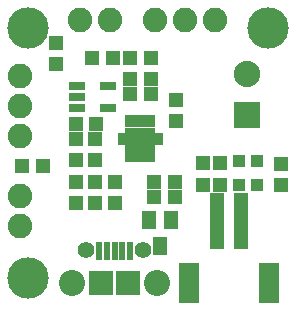
<source format=gts>
G75*
%MOIN*%
%OFA0B0*%
%FSLAX24Y24*%
%IPPOS*%
%LPD*%
%AMOC8*
5,1,8,0,0,1.08239X$1,22.5*
%
%ADD10R,0.0513X0.0474*%
%ADD11R,0.0197X0.0415*%
%ADD12R,0.1025X0.0730*%
%ADD13R,0.0356X0.0190*%
%ADD14R,0.0474X0.0513*%
%ADD15R,0.0395X0.0395*%
%ADD16R,0.0552X0.0297*%
%ADD17R,0.0237X0.0631*%
%ADD18R,0.0789X0.0789*%
%ADD19C,0.0556*%
%ADD20C,0.0867*%
%ADD21R,0.0474X0.0631*%
%ADD22C,0.0880*%
%ADD23R,0.0880X0.0880*%
%ADD24C,0.0820*%
%ADD25R,0.0474X0.1891*%
%ADD26R,0.0710X0.1340*%
%ADD27C,0.1380*%
D10*
X001021Y005128D03*
X001729Y005128D03*
X002840Y006528D03*
X003510Y006528D03*
X004621Y007528D03*
X004621Y008028D03*
X004621Y008728D03*
X004079Y008728D03*
X003371Y008728D03*
X005329Y008728D03*
X005329Y008028D03*
X005329Y007528D03*
X005421Y004578D03*
X005421Y004078D03*
X006129Y004078D03*
X006129Y004578D03*
D11*
X005369Y005447D03*
X005172Y005447D03*
X004975Y005447D03*
X004778Y005447D03*
X004581Y005447D03*
X004581Y006608D03*
X004778Y006608D03*
X004975Y006608D03*
X005172Y006608D03*
X005369Y006608D03*
D12*
X004975Y006028D03*
D13*
X004384Y006126D03*
X004384Y005929D03*
X005566Y005929D03*
X005566Y006126D03*
D14*
X006175Y006623D03*
X006175Y007332D03*
X007075Y005212D03*
X007625Y005212D03*
X007625Y004503D03*
X007075Y004503D03*
X009675Y004473D03*
X009675Y005182D03*
X004125Y004582D03*
X003475Y004582D03*
X002825Y004582D03*
X002825Y003873D03*
X003475Y003873D03*
X004125Y003873D03*
X003475Y005323D03*
X002825Y005323D03*
X002825Y006032D03*
X003475Y006032D03*
X002175Y008523D03*
X002175Y009232D03*
D15*
X008280Y005288D03*
X008870Y005288D03*
X008870Y004478D03*
X008280Y004478D03*
D16*
X003887Y007054D03*
X003887Y007802D03*
X002863Y007802D03*
X002863Y007428D03*
X002863Y007054D03*
D17*
X003613Y002271D03*
X003869Y002271D03*
X004125Y002271D03*
X004381Y002271D03*
X004637Y002271D03*
D18*
X004578Y001228D03*
X003672Y001228D03*
D19*
X003170Y002330D03*
X005080Y002330D03*
D20*
X005546Y001228D03*
X002704Y001228D03*
D21*
X005251Y003311D03*
X005999Y003311D03*
X005625Y002444D03*
D22*
X008525Y008197D03*
D23*
X008525Y006819D03*
D24*
X007475Y009978D03*
X006475Y009978D03*
X005475Y009978D03*
X003975Y009978D03*
X002975Y009978D03*
X000975Y008128D03*
X000975Y007128D03*
X000975Y006128D03*
X000975Y004128D03*
X000975Y003128D03*
D25*
X007531Y003284D03*
X008319Y003284D03*
D26*
X009264Y001237D03*
X006586Y001237D03*
D27*
X001225Y001378D03*
X001225Y009728D03*
X009225Y009728D03*
M02*

</source>
